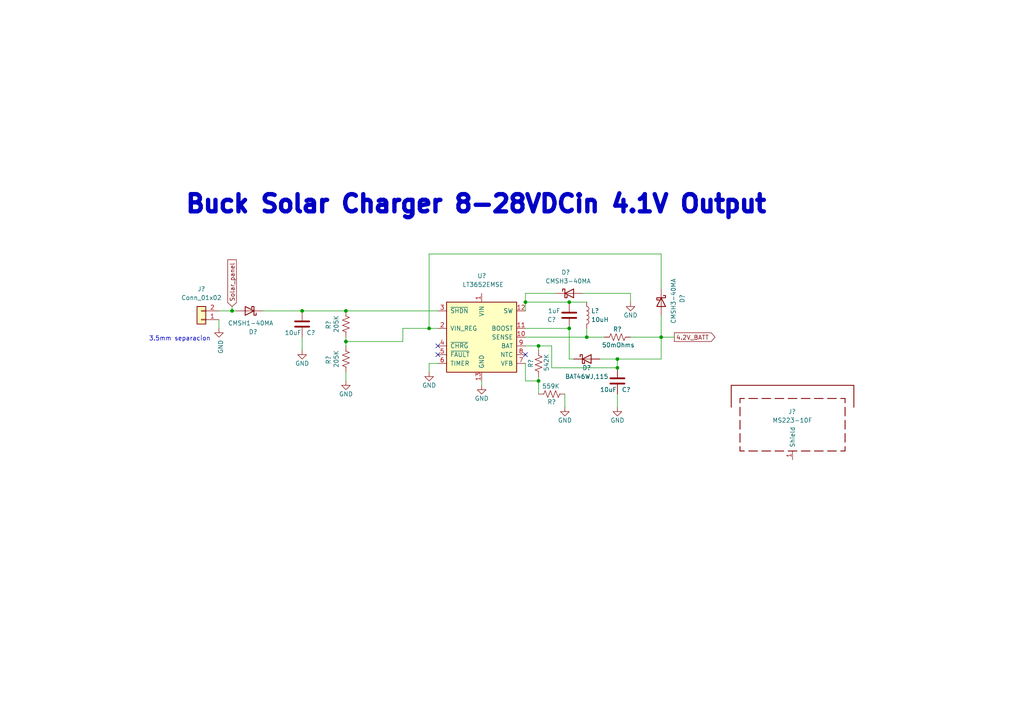
<source format=kicad_sch>
(kicad_sch (version 20211123) (generator eeschema)
  (paper "A4")
  (lib_symbols
    (symbol "Battery_Management:LT3652EMSE" (pin_names (offset 1.016))
      (property "Reference" "U" (at -8.382 11.43 0))
      (property "Value" "LT3652EMSE" (at 1.778 11.684 0))
      (symbol "LT3652EMSE_0_1"
        (rectangle (start -10.16 10.16) (end 10.16 -10.16) (stroke (width 0.254)) (fill (type background)))
      )
      (symbol "LT3652EMSE_1_1"
        (pin power_in line (at 0 12.7 270) (length 2.54) (name "VIN") (number "1"))
        (pin input line (at 12.7 0 180) (length 2.54) (name "SENSE") (number "10"))
        (pin input line (at 12.7 2.54 180) (length 2.54) (name "BOOST") (number "11"))
        (pin output line (at 12.7 7.62 180) (length 2.54) (name "SW") (number "12"))
        (pin power_in line (at 0 -12.7 90) (length 2.54) (name "GND") (number "13"))
        (pin input line (at -12.7 2.54 0) (length 2.54) (name "VIN_REG") (number "2"))
        (pin input line (at -12.7 7.62 0) (length 2.54) (name "~{SHDN}") (number "3"))
        (pin open_collector line (at -12.7 -2.54 0) (length 2.54) (name "~{CHRG}") (number "4"))
        (pin open_collector line (at -12.7 -5.08 0) (length 2.54) (name "~{FAULT}") (number "5"))
        (pin output line (at -12.7 -7.62 0) (length 2.54) (name "TIMER") (number "6"))
        (pin input line (at 12.7 -7.62 180) (length 2.54) (name "VFB") (number "7"))
        (pin input line (at 12.7 -5.08 180) (length 2.54) (name "NTC") (number "8"))
        (pin output line (at 12.7 -2.54 180) (length 2.54) (name "BAT") (number "9"))
      )
    )
    (symbol "Connector_Generic:Conn_01x02" (pin_names (offset 1.016) hide)
      (property "Reference" "J" (at 0 2.54 0))
      (property "Value" "Conn_01x02" (at 0 -5.08 0))
      (symbol "Conn_01x02_1_1"
        (rectangle (start -1.27 -2.413) (end 0 -2.667) (stroke (width 0.1524)))
        (rectangle (start -1.27 0.127) (end 0 -0.127) (stroke (width 0.1524)))
        (rectangle (start -1.27 1.27) (end 1.27 -3.81) (stroke (width 0.254)) (fill (type background)))
        (pin passive line (at -5.08 0 0) (length 3.81) (name "Pin_1") (number "1"))
        (pin passive line (at -5.08 -2.54 0) (length 3.81) (name "Pin_2") (number "2"))
      )
    )
    (symbol "Device:C" (pin_numbers hide) (pin_names (offset 0.254))
      (property "Reference" "C" (at 0.635 2.54 0))
      (property "Value" "C" (at 0.635 -2.54 0))
      (symbol "C_0_1"
        (polyline (pts (xy -2.032 -0.762) (xy 2.032 -0.762)) (stroke (width 0.508)))
        (polyline (pts (xy -2.032 0.762) (xy 2.032 0.762)) (stroke (width 0.508)))
      )
      (symbol "C_1_1"
        (pin passive line (at 0 3.81 270) (length 2.794) (name "~") (number "1"))
        (pin passive line (at 0 -3.81 90) (length 2.794) (name "~") (number "2"))
      )
    )
    (symbol "Device:D_Schottky" (pin_numbers hide) (pin_names (offset 1.016) hide)
      (property "Reference" "D" (at 0 2.54 0))
      (property "Value" "D_Schottky" (at 0 -2.54 0))
      (symbol "D_Schottky_0_1"
        (polyline (pts (xy 1.27 0) (xy -1.27 0)))
        (polyline (pts (xy 1.27 1.27) (xy 1.27 -1.27) (xy -1.27 0) (xy 1.27 1.27)) (stroke (width 0.254)))
        (polyline (pts (xy -1.905 0.635) (xy -1.905 1.27) (xy -1.27 1.27) (xy -1.27 -1.27) (xy -0.635 -1.27) (xy -0.635 -0.635)) (stroke (width 0.254)))
      )
      (symbol "D_Schottky_1_1"
        (pin passive line (at -3.81 0 0) (length 2.54) (name "K") (number "1"))
        (pin passive line (at 3.81 0 180) (length 2.54) (name "A") (number "2"))
      )
    )
    (symbol "Device:L" (pin_numbers hide) (pin_names (offset 1.016) hide)
      (property "Reference" "L" (at -1.27 0 90))
      (property "Value" "L" (at 1.905 0 90))
      (symbol "L_0_1"
        (arc (start 0 -2.54) (mid 0.635 -1.905) (end 0 -1.27))
        (arc (start 0 -1.27) (mid 0.635 -0.635) (end 0 0))
        (arc (start 0 0) (mid 0.635 0.635) (end 0 1.27))
        (arc (start 0 1.27) (mid 0.635 1.905) (end 0 2.54))
      )
      (symbol "L_1_1"
        (pin passive line (at 0 3.81 270) (length 1.27) (name "1") (number "1"))
        (pin passive line (at 0 -3.81 90) (length 1.27) (name "2") (number "2"))
      )
    )
    (symbol "Device:RFShield_TwoPieces" (pin_names (offset 1.016))
      (property "Reference" "J" (at 0 5.08 0))
      (property "Value" "RFShield_TwoPieces" (at 0 2.54 0))
      (symbol "RFShield_TwoPieces_0_1"
        (polyline (pts (xy -15.24 -5.08) (xy -15.24 -2.54)) (stroke (width 0.254)))
        (polyline (pts (xy -15.24 -1.27) (xy -15.24 1.27)) (stroke (width 0.254)))
        (polyline (pts (xy -15.24 2.54) (xy -15.24 5.08)) (stroke (width 0.254)))
        (polyline (pts (xy -12.7 7.62) (xy -10.16 7.62)) (stroke (width 0.254)))
        (polyline (pts (xy -10.16 -7.62) (xy -12.7 -7.62)) (stroke (width 0.254)))
        (polyline (pts (xy -6.35 -7.62) (xy -8.89 -7.62)) (stroke (width 0.254)))
        (polyline (pts (xy -6.35 7.62) (xy -8.89 7.62)) (stroke (width 0.254)))
        (polyline (pts (xy -2.54 -7.62) (xy -5.08 -7.62)) (stroke (width 0.254)))
        (polyline (pts (xy -2.54 7.62) (xy -5.08 7.62)) (stroke (width 0.254)))
        (polyline (pts (xy -1.27 -7.62) (xy 1.27 -7.62)) (stroke (width 0.254)))
        (polyline (pts (xy 1.27 7.62) (xy -1.27 7.62)) (stroke (width 0.254)))
        (polyline (pts (xy 2.54 -7.62) (xy 5.08 -7.62)) (stroke (width 0.254)))
        (polyline (pts (xy 5.08 7.62) (xy 2.54 7.62)) (stroke (width 0.254)))
        (polyline (pts (xy 6.35 -7.62) (xy 8.89 -7.62)) (stroke (width 0.254)))
        (polyline (pts (xy 8.89 7.62) (xy 6.35 7.62)) (stroke (width 0.254)))
        (polyline (pts (xy 10.16 -7.62) (xy 12.7 -7.62)) (stroke (width 0.254)))
        (polyline (pts (xy 12.7 7.62) (xy 10.16 7.62)) (stroke (width 0.254)))
        (polyline (pts (xy 15.24 -5.08) (xy 15.24 -2.54)) (stroke (width 0.254)))
        (polyline (pts (xy 15.24 -1.27) (xy 15.24 1.27)) (stroke (width 0.254)))
        (polyline (pts (xy 15.24 2.54) (xy 15.24 5.08)) (stroke (width 0.254)))
        (polyline (pts (xy -15.24 6.35) (xy -15.24 7.62) (xy -13.97 7.62)) (stroke (width 0.254)))
        (polyline (pts (xy -13.97 -7.62) (xy -15.24 -7.62) (xy -15.24 -6.35)) (stroke (width 0.254)))
        (polyline (pts (xy 13.97 -7.62) (xy 15.24 -7.62) (xy 15.24 -6.35)) (stroke (width 0.254)))
        (polyline (pts (xy 15.24 6.35) (xy 15.24 7.62) (xy 13.97 7.62)) (stroke (width 0.254)))
        (polyline (pts (xy -17.78 5.08) (xy -17.78 11.43) (xy 17.78 11.43) (xy 17.78 5.08)) (stroke (width 0.254)))
      )
      (symbol "RFShield_TwoPieces_1_1"
        (pin passive line (at 0 -10.16 90) (length 2.54) (name "Shield") (number "1"))
      )
    )
    (symbol "Device:R_US" (pin_numbers hide) (pin_names (offset 0))
      (property "Reference" "R" (at 2.54 0 90))
      (property "Value" "R_US" (at -2.54 0 90))
      (symbol "R_US_0_1"
        (polyline (pts (xy 0 -2.286) (xy 0 -2.54)))
        (polyline (pts (xy 0 2.286) (xy 0 2.54)))
        (polyline (pts (xy 0 -0.762) (xy 1.016 -1.143) (xy 0 -1.524) (xy -1.016 -1.905) (xy 0 -2.286)))
        (polyline (pts (xy 0 0.762) (xy 1.016 0.381) (xy 0 0) (xy -1.016 -0.381) (xy 0 -0.762)))
        (polyline (pts (xy 0 2.286) (xy 1.016 1.905) (xy 0 1.524) (xy -1.016 1.143) (xy 0 0.762)))
      )
      (symbol "R_US_1_1"
        (pin passive line (at 0 3.81 270) (length 1.27) (name "~") (number "1"))
        (pin passive line (at 0 -3.81 90) (length 1.27) (name "~") (number "2"))
      )
    )
    (symbol "Diode:BAT46" (pin_numbers hide) (pin_names (offset 1.016) hide)
      (property "Reference" "D" (at 0 2.54 0))
      (property "Value" "BAT46" (at 0 -2.54 0))
      (symbol "BAT46_0_1"
        (polyline (pts (xy 1.27 0) (xy -1.27 0)))
        (polyline (pts (xy 1.27 1.27) (xy 1.27 -1.27) (xy -1.27 0) (xy 1.27 1.27)) (stroke (width 0.254)))
        (polyline (pts (xy -1.905 0.635) (xy -1.905 1.27) (xy -1.27 1.27) (xy -1.27 -1.27) (xy -0.635 -1.27) (xy -0.635 -0.635)) (stroke (width 0.254)))
      )
      (symbol "BAT46_1_1"
        (pin passive line (at -3.81 0 0) (length 2.54) (name "K") (number "1"))
        (pin passive line (at 3.81 0 180) (length 2.54) (name "A") (number "2"))
      )
    )
    (symbol "power:GND" (power) (pin_names (offset 0))
      (property "Value" "GND" (at 0 -3.81 0))
      (symbol "GND_0_1"
        (polyline (pts (xy 0 0) (xy 0 -1.27) (xy 1.27 -1.27) (xy 0 -2.54) (xy -1.27 -1.27) (xy 0 -1.27)))
      )
      (symbol "GND_1_1"
        (pin power_in line (at 0 0 270) (length 0) hide (name "GND") (number "1"))
      )
    )
  )
  (junction (at 179.07 104.14))
  (junction (at 152.4 87.63))
  (junction (at 100.33 90.17))
  (junction (at 191.77 97.79))
  (junction (at 156.21 110.49))
  (junction (at 165.1 87.63))
  (junction (at 165.1 95.25))
  (junction (at 170.18 97.79))
  (junction (at 67.31 90.17))
  (junction (at 87.63 90.17))
  (junction (at 179.07 106.68))
  (junction (at 100.33 99.06))
  (junction (at 156.21 100.33))
  (junction (at 124.46 95.25))
  (no_connect (at 127 100.33))
  (no_connect (at 152.4 102.87))
  (no_connect (at 127 102.87))
  (wire (pts (xy 191.77 104.14) (xy 191.77 97.79)))
  (wire (pts (xy 165.1 95.25) (xy 165.1 104.14)))
  (wire (pts (xy 63.5 90.17) (xy 67.31 90.17)))
  (wire (pts (xy 152.4 100.33) (xy 156.21 100.33)))
  (wire (pts (xy 173.99 104.14) (xy 179.07 104.14)))
  (wire (pts (xy 124.46 95.25) (xy 124.46 73.66)))
  (wire (pts (xy 166.37 104.14) (xy 165.1 104.14)))
  (wire (pts (xy 191.77 73.66) (xy 191.77 83.82)))
  (wire (pts (xy 191.77 97.79) (xy 195.58 97.79)))
  (wire (pts (xy 67.31 88.9) (xy 67.31 90.17)))
  (wire (pts (xy 160.02 100.33) (xy 160.02 106.68)))
  (wire (pts (xy 100.33 90.17) (xy 127 90.17)))
  (wire (pts (xy 127 105.41) (xy 124.46 105.41)))
  (wire (pts (xy 152.4 95.25) (xy 165.1 95.25)))
  (wire (pts (xy 165.1 87.63) (xy 170.18 87.63)))
  (wire (pts (xy 124.46 95.25) (xy 127 95.25)))
  (wire (pts (xy 163.83 114.3) (xy 163.83 118.11)))
  (wire (pts (xy 139.7 110.49) (xy 139.7 111.76)))
  (wire (pts (xy 170.18 95.25) (xy 170.18 97.79)))
  (wire (pts (xy 152.4 85.09) (xy 152.4 87.63)))
  (wire (pts (xy 124.46 105.41) (xy 124.46 107.95)))
  (wire (pts (xy 124.46 73.66) (xy 191.77 73.66)))
  (wire (pts (xy 156.21 100.33) (xy 156.21 101.6)))
  (wire (pts (xy 100.33 99.06) (xy 100.33 100.33)))
  (wire (pts (xy 156.21 110.49) (xy 156.21 114.3)))
  (wire (pts (xy 100.33 107.95) (xy 100.33 110.49)))
  (wire (pts (xy 87.63 90.17) (xy 100.33 90.17)))
  (wire (pts (xy 100.33 99.06) (xy 116.84 99.06)))
  (wire (pts (xy 179.07 104.14) (xy 179.07 106.68)))
  (wire (pts (xy 76.2 90.17) (xy 87.63 90.17)))
  (wire (pts (xy 182.88 85.09) (xy 182.88 87.63)))
  (wire (pts (xy 116.84 95.25) (xy 124.46 95.25)))
  (wire (pts (xy 156.21 109.22) (xy 156.21 110.49)))
  (wire (pts (xy 182.88 97.79) (xy 191.77 97.79)))
  (wire (pts (xy 152.4 105.41) (xy 152.4 110.49)))
  (wire (pts (xy 63.5 92.71) (xy 63.5 95.25)))
  (wire (pts (xy 116.84 99.06) (xy 116.84 95.25)))
  (wire (pts (xy 179.07 114.3) (xy 179.07 118.11)))
  (wire (pts (xy 87.63 97.79) (xy 87.63 101.6)))
  (wire (pts (xy 152.4 110.49) (xy 156.21 110.49)))
  (wire (pts (xy 168.91 85.09) (xy 182.88 85.09)))
  (wire (pts (xy 170.18 97.79) (xy 175.26 97.79)))
  (wire (pts (xy 179.07 104.14) (xy 191.77 104.14)))
  (wire (pts (xy 152.4 97.79) (xy 170.18 97.79)))
  (wire (pts (xy 161.29 85.09) (xy 152.4 85.09)))
  (wire (pts (xy 67.31 90.17) (xy 68.58 90.17)))
  (wire (pts (xy 100.33 97.79) (xy 100.33 99.06)))
  (wire (pts (xy 191.77 97.79) (xy 191.77 91.44)))
  (wire (pts (xy 160.02 106.68) (xy 179.07 106.68)))
  (wire (pts (xy 156.21 100.33) (xy 160.02 100.33)))
  (wire (pts (xy 152.4 87.63) (xy 165.1 87.63)))
  (wire (pts (xy 152.4 87.63) (xy 152.4 90.17)))
  (text "Buck Solar Charger 8-28VDCin 4.1V Output" (at 53.34 62.23 0) (effects (font (size 5 5) (thickness 1.4) bold) (justify left bottom)))
  (text "3.5mm separacion" (at 43.18 99.06 0) (effects (font (size 1.27 1.27)) (justify left bottom)))
  (global_label "Solar_panel" (shape input) (at 67.31 88.9 90) (property "Intersheet References" "${INTERSHEET_REFS}" (effects hide)))
  (global_label "4.2V_BATT" (shape output) (at 195.58 97.79 0) (property "Intersheet References" "${INTERSHEET_REFS}" (effects hide)))
  (symbol (lib_id "Diode:BAT46") (at 170.18 104.14 0)
    (property "Reference" "D?" (at 170.18 106.68 0))
    (property "Value" "BAT46WJ,115" (at 170.18 109.22 0))
    (property "Footprint" "Diode_SMD:D_SOD-323F" (effects hide))
    (property "Datasheet" "http://www.vishay.com/docs/85662/bat46.pdf" (effects hide))
  )
  (symbol (lib_id "power:GND") (at 87.63 101.6 0)
    (property "Reference" "#PWR?" (effects hide))
    (property "Value" "GND" (at 85.598 105.41 0) (effects (justify left)))
  )
  (symbol (lib_id "power:GND") (at 139.7 111.76 0)
    (property "Reference" "#PWR?" (effects hide))
    (property "Value" "GND" (at 137.668 115.57 0) (effects (justify left)))
  )
  (symbol (lib_id "power:GND") (at 124.46 107.95 0)
    (property "Reference" "#PWR?" (effects hide))
    (property "Value" "GND" (at 122.428 111.76 0) (effects (justify left)))
  )
  (symbol (lib_id "Device:C") (at 165.1 91.44 180)
    (property "Reference" "C?" (at 161.29 92.71 0) (effects (justify left)))
    (property "Value" "1uF" (at 162.56 90.17 0) (effects (justify left)))
    (property "Footprint" "Capacitor_SMD:C_0805_2012Metric" (effects hide))
  )
  (symbol (lib_id "power:GND") (at 63.5 95.25 0)
    (property "Reference" "#PWR?" (effects hide))
    (property "Value" "GND" (at 64.008 98.552 90) (effects (justify right)))
  )
  (symbol (lib_id "power:GND") (at 179.07 118.11 0)
    (property "Reference" "#PWR?" (effects hide))
    (property "Value" "GND" (at 177.038 121.92 0) (effects (justify left)))
  )
  (symbol (lib_id "Device:R_US") (at 160.02 114.3 90)
    (property "Reference" "R?" (at 160.02 116.586 90))
    (property "Value" "559K" (at 159.766 112.014 90))
    (property "Footprint" "Resistor_SMD:R_0805_2012Metric" (effects hide))
  )
  (symbol (lib_id "Device:C") (at 179.07 110.49 0)
    (property "Reference" "C?" (at 180.34 113.03 0) (effects (justify left)))
    (property "Value" "10uF" (at 173.99 113.03 0) (effects (justify left)))
    (property "Footprint" "Capacitor_SMD:C_0805_2012Metric" (effects hide))
  )
  (symbol (lib_id "Device:L") (at 170.18 91.44 0)
    (property "Reference" "L?" (at 171.45 90.1699 0) (effects (justify left)))
    (property "Value" "10uH" (at 171.45 92.7099 0) (effects (justify left)))
    (property "Footprint" "Inductor_SMD:L_Vishay_IHLP-2525" (effects hide))
  )
  (symbol (lib_id "Device:R_US") (at 179.07 97.79 270)
    (property "Reference" "R?" (at 179.07 95.504 90))
    (property "Value" "50mOhms" (at 179.324 100.076 90))
    (property "Footprint" "Resistor_SMD:R_0805_2012Metric" (effects hide))
  )
  (symbol (lib_id "Device:R_US") (at 100.33 104.14 180)
    (property "Reference" "R?" (at 95.25 104.394 90))
    (property "Value" "205K" (at 97.536 104.14 90))
    (property "Footprint" "Resistor_SMD:R_0805_2012Metric" (effects hide))
  )
  (symbol (lib_id "Device:R_US") (at 100.33 93.98 180)
    (property "Reference" "R?" (at 95.25 94.234 90))
    (property "Value" "205K" (at 97.536 93.98 90))
    (property "Footprint" "Resistor_SMD:R_0805_2012Metric" (effects hide))
  )
  (symbol (lib_id "power:GND") (at 182.88 87.63 0)
    (property "Reference" "#PWR?" (effects hide))
    (property "Value" "GND" (at 180.848 91.44 0) (effects (justify left)))
  )
  (symbol (lib_id "Battery_Management:LT3652EMSE") (at 139.7 97.79 0)
    (property "Reference" "U?" (at 138.43 80.01 0) (effects (justify left)))
    (property "Value" "LT3652EMSE" (at 134.0994 82.55 0) (effects (justify left)))
    (property "Footprint" "Package_SO:MSOP-12-1EP_3x4mm_P0.65mm_EP1.65x2.85mm" (effects hide))
    (property "Datasheet" "https://www.analog.com/media/en/technical-documentation/data-sheets/3652fe.pdf" (effects hide))
  )
  (symbol (lib_id "Device:D_Schottky") (at 72.39 90.17 180)
    (property "Reference" "D?" (at 73.406 96.266 0))
    (property "Value" "CMSH1-40MA" (at 72.7075 93.726 0))
    (property "Footprint" "Diode_SMD:D_SOD-128" (effects hide))
  )
  (symbol (lib_id "Device:D_Schottky") (at 191.77 87.63 270)
    (property "Reference" "D?" (at 197.866 86.614 0))
    (property "Value" "CMSH3-40MA" (at 195.326 87.3125 0))
    (property "Footprint" "Diode_SMD:D_SOD-128" (effects hide))
  )
  (symbol (lib_id "power:GND") (at 100.33 110.49 0)
    (property "Reference" "#PWR?" (effects hide))
    (property "Value" "GND" (at 98.298 114.3 0) (effects (justify left)))
  )
  (symbol (lib_id "Device:R_US") (at 156.21 105.41 0)
    (property "Reference" "R?" (at 153.924 105.41 90))
    (property "Value" "542K" (at 158.496 105.156 90))
    (property "Footprint" "Resistor_SMD:R_0805_2012Metric" (effects hide))
  )
  (symbol (lib_id "Device:C") (at 87.63 93.98 0)
    (property "Reference" "C?" (at 88.9 96.52 0) (effects (justify left)))
    (property "Value" "10uF" (at 82.55 96.52 0) (effects (justify left)))
    (property "Footprint" "Capacitor_SMD:C_0805_2012Metric" (effects hide))
  )
  (symbol (lib_id "Device:RFShield_TwoPieces") (at 229.87 123.19 0)
    (property "Reference" "J?" (at 228.6 119.38 0) (effects (justify left)))
    (property "Value" "MS223-10F" (at 224.028 121.92 0) (effects (justify left)))
    (property "Footprint" "RF_Shielding:Wuerth_36103255_25x25mm" (effects hide))
  )
  (symbol (lib_id "power:GND") (at 163.83 118.11 0)
    (property "Reference" "#PWR?" (effects hide))
    (property "Value" "GND" (at 161.798 121.92 0) (effects (justify left)))
  )
  (symbol (lib_id "Device:D_Schottky") (at 165.1 85.09 0)
    (property "Reference" "D?" (at 164.084 78.994 0))
    (property "Value" "CMSH3-40MA" (at 164.7825 81.534 0))
    (property "Footprint" "Diode_SMD:D_SOD-128" (effects hide))
  )
  (symbol (lib_id "Connector_Generic:Conn_01x02") (at 58.42 92.71 180)
    (property "Reference" "J?" (at 58.42 83.82 0))
    (property "Value" "Conn_01x02" (at 58.42 86.36 0))
    (property "Footprint" "TerminalBlock_Phoenix:TerminalBlock_Phoenix_PT-1,5-2-3.5-H_1x02_P3.50mm_Horizontal" (effects hide))
  )
)
</source>
